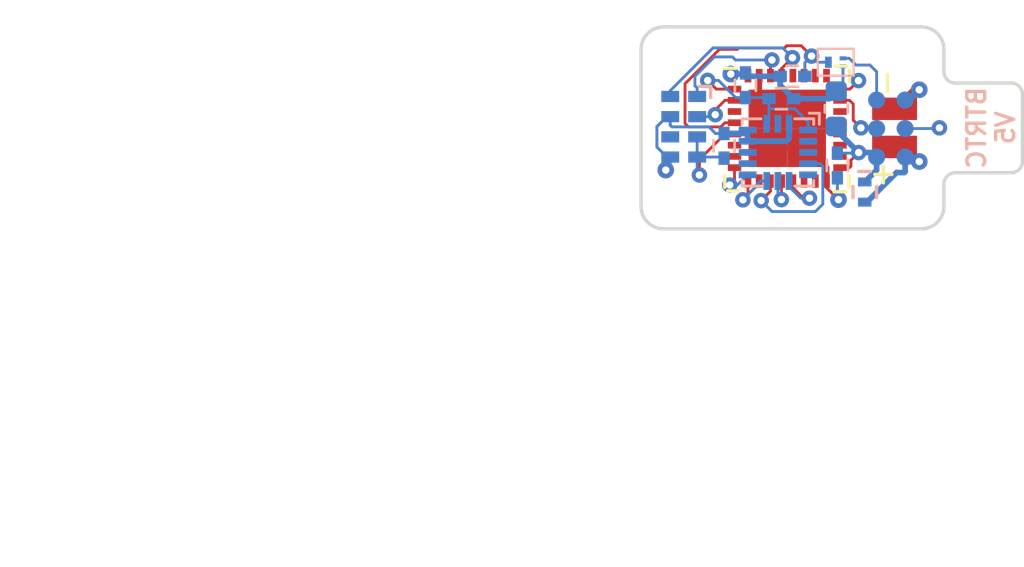
<source format=kicad_pcb>
(kicad_pcb (version 20211014) (generator pcbnew)
  (layers (0 "F.Cu" signal) (1 "In1.Cu" power) (2 "In2.Cu" power) (31 "B.Cu" signal) (34 "B.Paste" user) (35 "F.Paste" user) (36 "B.SilkS" user "B.Silkscreen") (37 "F.SilkS" user "F.Silkscreen") (38 "B.Mask" user) (39 "F.Mask" user) (44 "Edge.Cuts" user))
  (net 0 "")
  (net 1 "GND")
  (net 2 "VBAT")
  (net 3 "SENS_MISO")
  (net 4 "SENS_MOSI")
  (net 5 "SENS_SCLK")
  (net 6 "ACCEL_CS")
  (net 7 "SWDIO")
  (net 8 "WKUP4")
  (net 9 "SWCLK")
  (net 10 "Net-(C502-Pad1)")
  (net 11 "RST")
  (net 12 "/clkout")
  (net 13 "/SCL")
  (net 14 "/SDA")
  (net 15 "VIN")
  (footprint "bittagv5:taghole1.25mm" (layer "F.Cu") (at 152.145 111.661)
    (fp_text reference "J301" hide)
    (fp_text value "Conn_01x01" hide)
    (pad "" np_thru_hole circle locked (at 0 0) (size 1.25 1.25) (drill 1.25) (layers *.Cu *.Mask))
  )
  (footprint "bittagv5:taghole1.25mm" (layer "F.Cu") (at 152.145 105.161)
    (fp_text reference "J302" hide)
    (fp_text value "Conn_01x01" hide)
    (pad "" np_thru_hole circle locked (at 0 0) (size 1.25 1.25) (drill 1.25) (layers *.Cu *.Mask))
  )
  (footprint "bittagv5:taghole1.25mm" (layer "F.Cu") (at 141.145 111.661)
    (fp_text reference "J303" hide)
    (fp_text value "Conn_01x01" hide)
    (pad "" np_thru_hole circle locked (at 0 0) (size 1.25 1.25) (drill 1.25) (layers *.Cu *.Mask))
  )
  (footprint "bittagv5:taghole1.25mm" (layer "F.Cu") (at 141.145 105.161)
    (fp_text reference "J304" hide)
    (fp_text value "Conn_01x01" hide)
    (pad "" np_thru_hole circle locked (at 0 0) (size 1.25 1.25) (drill 1.25) (layers *.Cu *.Mask))
  )
  (footprint "bittagv5:MS621" (layer "F.Cu") (at 151.195 108.411 180)
    (fp_text reference "J401" hide)
    (fp_text value "CONN_01X02" hide)
    (fp_text user "+" (at 0.5 -2 180) (layer "F.SilkS"))
    (fp_text user "-" (at 0.4 2 270) (layer "F.SilkS"))
    (pad "1" smd rect locked (at 0 -0.85 180) (size 2 1) (layers "F.Cu" "F.Mask") (net 2 "VBAT"))
    (pad "2" smd rect locked (at 0 0.85 180) (size 2 1) (layers "F.Cu" "F.Mask") (net 1 "GND"))
  )
  (footprint "bittagv5:stm32l4" (layer "F.Cu") (at 146.411066 108.432734)
    (fp_text reference "U302" hide)
    (fp_text value "stm32l432" hide)
    (fp_line (start -2.65294 2.78502) (end -2.12794 2.78502) (layer "F.SilkS") (width 0.15))
    (fp_line (start -2.79772 -2.67834) (end -2.27272 -2.67834) (layer "F.SilkS") (width 0.15))
    (fp_line (start 2.77232 -2.6123) (end 2.77232 -2.0873) (layer "F.SilkS") (width 0.15))
    (fp_line (start 2.6377 -2.77232) (end 2.1127 -2.77232) (layer "F.SilkS") (width 0.15))
    (fp_line (start 2.6123 2.82566) (end 2.0873 2.82566) (layer "F.SilkS") (width 0.15))
    (fp_line (start -2.78502 2.625) (end -2.78502 2.1) (layer "F.SilkS") (width 0.15))
    (fp_line (start 2.75708 2.625) (end 2.75708 2.1) (layer "F.SilkS") (width 0.15))
    (pad "1" smd rect locked (at -2.35 -1.75) (size 0.6 0.3) (layers "F.Cu" "F.Paste" "F.Mask") (net 15 "VIN"))
    (pad "2" smd rect locked (at -2.35 -1.25) (size 0.6 0.3) (layers "F.Cu" "F.Paste" "F.Mask") (net 12 "/clkout"))
    (pad "3" smd rect locked (at -2.35 -0.75) (size 0.6 0.3) (layers "F.Cu" "F.Paste" "F.Mask"))
    (pad "4" smd rect locked (at -2.35 -0.25) (size 0.6 0.3) (layers "F.Cu" "F.Paste" "F.Mask") (net 10 "Net-(C502-Pad1)"))
    (pad "5" smd rect locked (at -2.35 0.25) (size 0.6 0.3) (layers "F.Cu" "F.Paste" "F.Mask") (net 15 "VIN"))
    (pad "6" smd rect locked (at -2.35 0.75) (size 0.6 0.3) (layers "F.Cu" "F.Paste" "F.Mask"))
    (pad "7" smd rect locked (at -2.35 1.25) (size 0.6 0.3) (layers "F.Cu" "F.Paste" "F.Mask"))
    (pad "8" smd rect locked (at -2.35 1.75) (size 0.6 0.3) (layers "F.Cu" "F.Paste" "F.Mask") (net 8 "WKUP4"))
    (pad "9" smd rect locked (at -1.75 2.35 90) (size 0.6 0.3) (layers "F.Cu" "F.Paste" "F.Mask") (net 6 "ACCEL_CS"))
    (pad "10" smd rect locked (at -1.25 2.35 90) (size 0.6 0.3) (layers "F.Cu" "F.Paste" "F.Mask"))
    (pad "11" smd rect locked (at -0.75 2.35 90) (size 0.6 0.3) (layers "F.Cu" "F.Paste" "F.Mask") (net 5 "SENS_SCLK"))
    (pad "12" smd rect locked (at -0.25 2.35 90) (size 0.6 0.3) (layers "F.Cu" "F.Paste" "F.Mask") (net 3 "SENS_MISO"))
    (pad "13" smd rect locked (at 0.25 2.35 90) (size 0.6 0.3) (layers "F.Cu" "F.Paste" "F.Mask") (net 4 "SENS_MOSI"))
    (pad "14" smd rect locked (at 0.75 2.35 90) (size 0.6 0.3) (layers "F.Cu" "F.Paste" "F.Mask"))
    (pad "15" smd rect locked (at 1.25 2.35 90) (size 0.6 0.3) (layers "F.Cu" "F.Paste" "F.Mask"))
    (pad "16" smd rect locked (at 1.75 2.35 90) (size 0.6 0.3) (layers "F.Cu" "F.Paste" "F.Mask") (net 1 "GND"))
    (pad "17" smd rect locked (at 2.35 1.75) (size 0.6 0.3) (layers "F.Cu" "F.Paste" "F.Mask") (net 15 "VIN"))
    (pad "18" smd rect locked (at 2.35 1.25) (size 0.6 0.3) (layers "F.Cu" "F.Paste" "F.Mask"))
    (pad "19" smd rect locked (at 2.35 0.75) (size 0.6 0.3) (layers "F.Cu" "F.Paste" "F.Mask"))
    (pad "20" smd rect locked (at 2.35 0.25) (size 0.6 0.3) (layers "F.Cu" "F.Paste" "F.Mask"))
    (pad "21" smd rect locked (at 2.35 -0.25) (size 0.6 0.3) (layers "F.Cu" "F.Paste" "F.Mask"))
    (pad "22" smd rect locked (at 2.35 -0.75) (size 0.6 0.3) (layers "F.Cu" "F.Paste" "F.Mask"))
    (pad "23" smd rect locked (at 2.35 -1.25) (size 0.6 0.3) (layers "F.Cu" "F.Paste" "F.Mask") (net 7 "SWDIO"))
    (pad "24" smd rect locked (at 2.35 -1.75) (size 0.6 0.3) (layers "F.Cu" "F.Paste" "F.Mask") (net 9 "SWCLK"))
    (pad "25" smd rect locked (at 1.75 -2.35 90) (size 0.6 0.3) (layers "F.Cu" "F.Paste" "F.Mask"))
    (pad "26" smd rect locked (at 1.25 -2.35 90) (size 0.6 0.3) (layers "F.Cu" "F.Paste" "F.Mask"))
    (pad "27" smd rect locked (at 0.75 -2.35 90) (size 0.6 0.3) (layers "F.Cu" "F.Paste" "F.Mask"))
    (pad "28" smd rect locked (at 0.25 -2.35 90) (size 0.6 0.3) (layers "F.Cu" "F.Paste" "F.Mask"))
    (pad "29" smd rect locked (at -0.25 -2.35 90) (size 0.6 0.3) (layers "F.Cu" "F.Paste" "F.Mask") (net 13 "/SCL"))
    (pad "30" smd rect locked (at -0.75 -2.35 90) (size 0.6 0.3) (layers "F.Cu" "F.Paste" "F.Mask") (net 14 "/SDA"))
    (pad "31" smd rect locked (at -1.25 -2.35 90) (size 0.6 0.3) (layers "F.Cu" "F.Paste" "F.Mask") (net 1 "GND"))
    (pad "32" smd rect locked (at -1.75 -2.35 90) (size 0.6 0.3) (layers "F.Cu" "F.Paste" "F.Mask") (net 1 "GND"))
    (pad "33" smd rect locked (at -0.8625 0.8625) (size 1.725 1.725) (layers "F.Cu" "F.Paste" "F.Mask") (net 1 "GND"))
    (pad "33" smd rect locked (at 0.8625 0.8625) (size 1.725 1.725) (layers "F.Cu" "F.Paste" "F.Mask") (net 1 "GND"))
    (pad "33" smd rect locked (at 0.8625 -0.8625) (size 1.725 1.725) (layers "F.Cu" "F.Paste" "F.Mask") (net 1 "GND"))
    (pad "33" smd rect locked (at -0.8625 -0.8625) (size 1.725 1.725) (layers "F.Cu" "F.Paste" "F.Mask") (net 1 "GND"))
  )
  (footprint "bittagv5:C_0402" (layer "B.Cu") (at 148.645 110.086 -90)
    (fp_text reference "C403" hide)
    (fp_text value "0.1uf" hide)
    (fp_line (start 0.25 0.47) (end -0.25 0.47) (layer "B.SilkS") (width 0.12))
    (fp_line (start -0.25 -0.47) (end 0.25 -0.47) (layer "B.SilkS") (width 0.12))
    (pad "1" smd rect locked (at -0.55 0 270) (size 0.6 0.5) (layers "B.Cu" "B.Paste" "B.Mask") (net 15 "VIN"))
    (pad "2" smd rect locked (at 0.55 0 270) (size 0.6 0.5) (layers "B.Cu" "B.Paste" "B.Mask") (net 1 "GND"))
  )
  (footprint "bittagv5:C_0402" (layer "B.Cu") (at 144.545 106.511 90)
    (fp_text reference "C501" hide)
    (fp_text value "0.1uf" hide)
    (fp_line (start 0.25 0.47) (end -0.25 0.47) (layer "B.SilkS") (width 0.12))
    (fp_line (start -0.25 -0.47) (end 0.25 -0.47) (layer "B.SilkS") (width 0.12))
    (pad "1" smd rect locked (at -0.55 0 90) (size 0.6 0.5) (layers "B.Cu" "B.Paste" "B.Mask") (net 15 "VIN"))
    (pad "2" smd rect locked (at 0.55 0 90) (size 0.6 0.5) (layers "B.Cu" "B.Paste" "B.Mask") (net 1 "GND"))
  )
  (footprint "bittagv5:C_0402" (layer "B.Cu") (at 146.145 107.111)
    (fp_text reference "C402" hide)
    (fp_text value "0.1uf" hide)
    (fp_line (start -0.25 -0.47) (end 0.25 -0.47) (layer "B.SilkS") (width 0.12))
    (fp_line (start 0.25 0.47) (end -0.25 0.47) (layer "B.SilkS") (width 0.12))
    (pad "1" smd rect locked (at -0.55 0) (size 0.6 0.5) (layers "B.Cu" "B.Paste" "B.Mask") (net 15 "VIN"))
    (pad "2" smd rect locked (at 0.55 0) (size 0.6 0.5) (layers "B.Cu" "B.Paste" "B.Mask") (net 1 "GND"))
  )
  (footprint "bittagv5:C_0402" (layer "B.Cu") (at 146.645 106.111 180)
    (fp_text reference "C502" hide)
    (fp_text value "0.1uf" hide)
    (fp_line (start 0.25 0.47) (end -0.25 0.47) (layer "B.SilkS") (width 0.12))
    (fp_line (start -0.25 -0.47) (end 0.25 -0.47) (layer "B.SilkS") (width 0.12))
    (pad "1" smd rect locked (at -0.55 0 180) (size 0.6 0.5) (layers "B.Cu" "B.Paste" "B.Mask") (net 10 "Net-(C502-Pad1)"))
    (pad "2" smd rect locked (at 0.55 0 180) (size 0.6 0.5) (layers "B.Cu" "B.Paste" "B.Mask") (net 1 "GND"))
  )
  (footprint "bittagv5:C_0402" (layer "B.Cu") (at 143.595 109.211 90)
    (fp_text reference "C503" hide)
    (fp_text value "10nF" hide)
    (fp_line (start 0.25 0.47) (end -0.25 0.47) (layer "B.SilkS") (width 0.12))
    (fp_line (start -0.25 -0.47) (end 0.25 -0.47) (layer "B.SilkS") (width 0.12))
    (pad "1" smd rect locked (at -0.55 0 90) (size 0.6 0.5) (layers "B.Cu" "B.Paste" "B.Mask") (net 15 "VIN"))
    (pad "2" smd rect locked (at 0.55 0 90) (size 0.6 0.5) (layers "B.Cu" "B.Paste" "B.Mask") (net 1 "GND"))
  )
  (footprint "bittagv5:C_0603_1608Metric" (layer "B.Cu") (at 148.595 107.561 90)
    (fp_text reference "C404" hide)
    (fp_text value "4.7uf")
    (fp_line (start -0.162779 0.51) (end 0.162779 0.51) (layer "B.SilkS") (width 0.12))
    (fp_line (start -0.162779 -0.51) (end 0.162779 -0.51) (layer "B.SilkS") (width 0.12))
    (pad "1" smd roundrect locked (at -0.7875 0 90) (size 0.875 0.95) (layers "B.Cu" "B.Paste" "B.Mask") (net 15 "VIN"))
    (pad "2" smd roundrect locked (at 0.7875 0 90) (size 0.875 0.95) (layers "B.Cu" "B.Paste" "B.Mask") (net 1 "GND"))
  )
  (footprint "bittagv5:D_0402" (layer "B.Cu") (at 149.865 111.271 -90)
    (fp_text reference "D401" hide)
    (fp_text value "D" hide)
    (fp_line (start -0.9144 0.2794) (end -0.9144 -0.254) (layer "B.SilkS") (width 0.15))
    (fp_line (start -0.25 -0.525) (end 0.25 -0.525) (layer "B.SilkS") (width 0.15))
    (fp_line (start 0.25 0.525) (end -0.25 0.525) (layer "B.SilkS") (width 0.15))
    (pad "1" smd rect locked (at -0.45 0 270) (size 0.4 0.6) (layers "B.Cu" "B.Paste" "B.Mask") (net 15 "VIN"))
    (pad "2" smd rect locked (at 0.45 0 270) (size 0.4 0.6) (layers "B.Cu" "B.Paste" "B.Mask") (net 2 "VBAT"))
  )
  (footprint "bittagv5:tagpoints6" (layer "B.Cu") (at 151.03 108.441 90)
    (fp_text reference "J201" hide)
    (fp_text value "CONN_02X04" hide)
    (pad "1" smd circle locked (at -1.27 -0.635 90) (size 0.762 0.762) (layers "B.Cu" "B.Mask") (net 15 "VIN"))
    (pad "2" smd circle locked (at -1.27 0.635 90) (size 0.762 0.762) (layers "B.Cu" "B.Mask") (net 2 "VBAT"))
    (pad "3" smd circle locked (at 0 -0.635 90) (size 0.762 0.762) (layers "B.Cu" "B.Mask") (net 7 "SWDIO"))
    (pad "4" smd circle locked (at 0 0.635 90) (size 0.762 0.762) (layers "B.Cu" "B.Mask") (net 9 "SWCLK"))
    (pad "5" smd circle locked (at 1.27 -0.635 90) (size 0.762 0.762) (layers "B.Cu" "B.Mask") (net 11 "RST"))
    (pad "6" smd circle locked (at 1.27 0.635 90) (size 0.762 0.762) (layers "B.Cu" "B.Mask") (net 1 "GND"))
  )
  (footprint "bittagv5:SOT883" (layer "B.Cu") (at 148.57 105.486 180)
    (fp_text reference "Q501" hide)
    (fp_text value "Q_NPN_BEC" hide)
    (fp_line (start 0.8 -0.6) (end -0.8 -0.6) (layer "B.SilkS") (width 0.1))
    (fp_line (start -0.8 -0.6) (end -0.8 0.6) (layer "B.SilkS") (width 0.1))
    (fp_line (start -0.8 0.6) (end 0.8 0.6) (layer "B.SilkS") (width 0.1))
    (fp_line (start 0.8 0.6) (end 0.8 -0.6) (layer "B.SilkS") (width 0.1))
    (pad "1" smd rect locked (at -0.325 0.175 180) (size 0.3 0.18) (layers "B.Cu" "B.Paste" "B.Mask") (net 11 "RST"))
    (pad "2" smd rect locked (at -0.325 -0.175 180) (size 0.3 0.18) (layers "B.Cu" "B.Paste" "B.Mask") (net 1 "GND"))
    (pad "3" smd rect locked (at 0.325 0 180) (size 0.3 0.5) (layers "B.Cu" "B.Paste" "B.Mask") (net 10 "Net-(C502-Pad1)"))
  )
  (footprint "bittagv5:ADXL362" (layer "B.Cu") (at 145.99284 109.505274 180)
    (fp_text reference "U405" hide)
    (fp_text value "adxl362" hide)
    (fp_line (start -0.7493 1.4986) (end -1.59766 1.4986) (layer "B.SilkS") (width 0.127))
    (fp_line (start 0.7493 1.4986) (end 1.59766 1.4986) (layer "B.SilkS") (width 0.127))
    (fp_line (start -1.84912 1.74752) (end -1.39954 1.74752) (layer "B.SilkS") (width 0.127))
    (fp_line (start -0.7493 -1.4986) (end -1.59766 -1.4986) (layer "B.SilkS") (width 0.127))
    (fp_line (start -1.84912 1.24968) (end -1.84912 1.74752) (layer "B.SilkS") (width 0.127))
    (fp_line (start 0.7493 -1.4986) (end 1.59766 -1.4986) (layer "B.SilkS") (width 0.127))
    (fp_line (start 1.59766 -1.4986) (end 1.59766 -1.24968) (layer "B.SilkS") (width 0.127))
    (fp_line (start -1.59766 1.4986) (end -1.59766 1.24968) (layer "B.SilkS") (width 0.127))
    (fp_line (start 1.59766 1.4986) (end 1.59766 1.24968) (layer "B.SilkS") (width 0.127))
    (fp_line (start -1.59766 -1.4986) (end -1.59766 -1.24968) (layer "B.SilkS") (width 0.127))
    (pad "1" smd rect locked (at -1.34874 0.99822 180) (size 0.79756 0.29972) (layers "B.Cu" "B.Paste" "B.Mask") (net 15 "VIN"))
    (pad "2" smd rect locked (at -1.34874 0.49784 180) (size 0.79756 0.29972) (layers "B.Cu" "B.Paste" "B.Mask"))
    (pad "3" smd rect locked (at -1.34874 0 180) (size 0.79756 0.29972) (layers "B.Cu" "B.Paste" "B.Mask"))
    (pad "4" smd rect locked (at -1.34874 -0.49784 180) (size 0.79756 0.29972) (layers "B.Cu" "B.Paste" "B.Mask") (net 5 "SENS_SCLK"))
    (pad "5" smd rect locked (at -1.34874 -0.99822 180) (size 0.79756 0.29972) (layers "B.Cu" "B.Paste" "B.Mask"))
    (pad "6" smd rect locked (at -0.49784 -1.27254 90) (size 0.79756 0.29972) (layers "B.Cu" "B.Paste" "B.Mask") (net 4 "SENS_MOSI"))
    (pad "7" smd rect locked (at 0 -1.27254 90) (size 0.79756 0.29972) (layers "B.Cu" "B.Paste" "B.Mask") (net 3 "SENS_MISO"))
    (pad "8" smd rect locked (at 0.49784 -1.27254 90) (size 0.79756 0.29972) (layers "B.Cu" "B.Paste" "B.Mask") (net 6 "ACCEL_CS"))
    (pad "9" smd rect locked (at 1.34874 -0.99822 180) (size 0.79756 0.29972) (layers "B.Cu" "B.Paste" "B.Mask") (net 8 "WKUP4"))
    (pad "10" smd rect locked (at 1.34874 -0.49784 180) (size 0.79756 0.29972) (layers "B.Cu" "B.Paste" "B.Mask"))
    (pad "11" smd rect locked (at 1.34874 0 180) (size 0.79756 0.29972) (layers "B.Cu" "B.Paste" "B.Mask"))
    (pad "12" smd rect locked (at 1.34874 0.49784 180) (size 0.79756 0.29972) (layers "B.Cu" "B.Paste" "B.Mask") (net 1 "GND"))
    (pad "13" smd rect locked (at 1.34874 0.99822 180) (size 0.79756 0.29972) (layers "B.Cu" "B.Paste" "B.Mask") (net 1 "GND"))
    (pad "14" smd rect locked (at 0.49784 1.27254 90) (size 0.79756 0.29972) (layers "B.Cu" "B.Paste" "B.Mask") (net 15 "VIN"))
    (pad "15" smd rect locked (at 0 1.27254 90) (size 0.79756 0.29972) (layers "B.Cu" "B.Paste" "B.Mask"))
    (pad "16" smd rect locked (at -0.49784 1.27254 90) (size 0.79756 0.29972) (layers "B.Cu" "B.Paste" "B.Mask") (net 1 "GND"))
  )
  (footprint "bittagv5:RV-8803-C7" (layer "B.Cu") (at 141.795 108.361 180)
    (fp_text reference "U501" hide)
    (fp_text value "RV-8803-C7" hide)
    (fp_line (start -0.7 1.8) (end -1.2 1.8) (layer "B.SilkS") (width 0.15))
    (fp_line (start -1.2 1.8) (end -1.2 1.3) (layer "B.SilkS") (width 0.15))
    (pad "1" smd rect locked (at -0.6 1.35 180) (size 0.8 0.5) (layers "B.Cu" "B.Paste" "B.Mask") (net 14 "/SDA"))
    (pad "2" smd rect locked (at -0.6 0.45 180) (size 0.8 0.5) (layers "B.Cu" "B.Paste" "B.Mask") (net 12 "/clkout"))
    (pad "3" smd rect locked (at -0.6 -0.45 180) (size 0.8 0.5) (layers "B.Cu" "B.Paste" "B.Mask") (net 15 "VIN"))
    (pad "4" smd rect locked (at -0.6 -1.35 180) (size 0.8 0.5) (layers "B.Cu" "B.Paste" "B.Mask") (net 15 "VIN"))
    (pad "5" smd rect locked (at 0.6 -1.35 180) (size 0.8 0.5) (layers "B.Cu" "B.Paste" "B.Mask") (net 1 "GND"))
    (pad "6" smd rect locked (at 0.6 -0.45 180) (size 0.8 0.5) (layers "B.Cu" "B.Paste" "B.Mask"))
    (pad "7" smd rect locked (at 0.6 0.45 180) (size 0.8 0.5) (layers "B.Cu" "B.Paste" "B.Mask") (net 1 "GND"))
    (pad "8" smd rect locked (at 0.6 1.35 180) (size 0.8 0.5) (layers "B.Cu" "B.Paste" "B.Mask") (net 13 "/SCL"))
  )
  (gr_arc (start 139.895 104.911) (mid 140.187893 104.203893) (end 140.895 103.911) (layer "Edge.Cuts") (width 0.15))
  (gr_arc (start 140.895 112.911) (mid 140.187893 112.618107) (end 139.895 111.911) (layer "Edge.Cuts") (width 0.15))
  (gr_line (start 139.895 111.911) (end 139.895 104.911) (layer "Edge.Cuts") (width 0.15))
  (gr_arc (start 152.395 103.911) (mid 153.102107 104.203893) (end 153.395 104.911) (layer "Edge.Cuts") (width 0.15))
  (gr_arc (start 156.395 106.411) (mid 156.748553 106.557447) (end 156.895 106.911) (layer "Edge.Cuts") (width 0.15))
  (gr_line (start 153.395 104.911) (end 153.395 105.911) (layer "Edge.Cuts") (width 0.15))
  (gr_arc (start 156.895 109.911) (mid 156.748553 110.264553) (end 156.395 110.411) (layer "Edge.Cuts") (width 0.15))
  (gr_line (start 153.895 106.411) (end 156.395 106.411) (layer "Edge.Cuts") (width 0.15))
  (gr_arc (start 153.895 106.411) (mid 153.541447 106.264553) (end 153.395 105.911) (layer "Edge.Cuts") (width 0.15))
  (gr_line (start 152.395 112.911) (end 140.895 112.911) (layer "Edge.Cuts") (width 0.15))
  (gr_arc (start 153.395 111.911) (mid 153.102107 112.618107) (end 152.395 112.911) (layer "Edge.Cuts") (width 0.15))
  (gr_line (start 140.895 103.911) (end 152.395 103.911) (layer "Edge.Cuts") (width 0.15))
  (gr_line (start 153.395 110.911) (end 153.395 111.911) (layer "Edge.Cuts") (width 0.15))
  (gr_arc (start 153.395 110.911) (mid 153.541447 110.557447) (end 153.895 110.411) (layer "Edge.Cuts") (width 0.15))
  (gr_line (start 153.895 110.411) (end 156.395 110.411) (layer "Edge.Cuts") (width 0.15))
  (gr_line (start 156.895 106.911) (end 156.895 109.911) (layer "Edge.Cuts") (width 0.15))
  (gr_text "BTRTC\nV5" (at 155.495 108.411 90) (layer "B.SilkS") (effects (font (size 0.8 0.8)) (justify mirror)))
  (segment (start 148.161066 111.077066) (end 148.695 111.611) (width 0.13) (layer "F.Cu") (net 1))
  (segment (start 148.161066 110.782734) (end 148.161066 111.077066) (width 0.13) (layer "F.Cu") (net 1))
  (segment (start 147.273566 109.295234) (end 147.273566 107.932736) (width 0.13) (layer "F.Cu") (net 1))
  (segment (start 144.661066 106.082734) (end 145.161066 106.082734) (width 0.13) (layer "F.Cu") (net 1))
  (segment (start 144.309332 106.011) (end 144.095 106.011) (width 0.13) (layer "F.Cu") (net 1))
  (segment (start 145.761066 108.957734) (end 146.098566 109.295234) (width 0.13) (layer "F.Cu") (net 1))
  (segment (start 146.011066 108.032734) (end 145.548566 107.570234) (width 0.13) (layer "F.Cu") (net 1))
  (segment (start 145.548566 109.295234) (end 147.273566 109.295234) (width 0.13) (layer "F.Cu") (net 1))
  (segment (start 144.095 106.011) (end 143.895 106.011) (width 0.13) (layer "F.Cu") (net 1))
  (segment (start 147.273566 109.295234) (end 148.161066 110.182734) (width 0.254) (layer "F.Cu") (net 1))
  (segment (start 152.295 106.711) (end 152.045 106.711) (width 0.254) (layer "F.Cu") (net 1))
  (segment (start 147.823566 107.570234) (end 147.866056 107.570234) (width 0.16) (layer "F.Cu") (net 1))
  (segment (start 147.866056 107.570234) (end 146.098566 107.570234) (width 0.13) (layer "F.Cu") (net 1))
  (segment (start 145.548566 107.570234) (end 145.548566 109.295234) (width 0.13) (layer "F.Cu") (net 1))
  (segment (start 148.161066 110.182734) (end 148.161066 110.782734) (width 0.254) (layer "F.Cu") (net 1))
  (segment (start 144.381066 106.082734) (end 144.309332 106.011) (width 0.13) (layer "F.Cu") (net 1))
  (segment (start 152.045 106.711) (end 151.195 107.561) (width 0.254) (layer "F.Cu") (net 1))
  (segment (start 145.161066 107.182734) (end 145.548566 107.570234) (width 0.254) (layer "F.Cu") (net 1))
  (segment (start 145.161066 106.082734) (end 145.161066 107.182734) (width 0.254) (layer "F.Cu") (net 1))
  (segment (start 147.823566 107.612724) (end 147.866056 107.570234) (width 0.13) (layer "F.Cu") (net 1))
  (segment (start 146.098566 107.570234) (end 146.098566 109.295234) (width 0.13) (layer "F.Cu") (net 1))
  (segment (start 144.661066 106.082734) (end 144.381066 106.082734) (width 0.13) (layer "F.Cu") (net 1))
  (segment (start 146.098566 109.295234) (end 147.823566 109.295234) (width 0.13) (layer "F.Cu") (net 1))
  (segment (start 147.705584 109.347252) (end 147.061064 109.347252) (width 0.13) (layer "F.Cu") (net 1))
  (via (at 148.695 111.611) (size 0.74) (drill 0.3302) (layers "F.Cu" "B.Cu") (net 1))
  (via (at 143.895 106.011) (size 0.74) (drill 0.3302) (layers "F.Cu" "B.Cu") (net 1))
  (via (at 152.295 106.711) (size 0.74) (drill 0.3302) (layers "F.Cu" "B.Cu") (net 1))
  (via (at 140.995 110.291) (size 0.74) (drill 0.3302) (layers "F.Cu" "B.Cu") (net 1))
  (segment (start 141.195 107.911) (end 141.045 107.911) (width 0.13) (layer "B.Cu") (net 1))
  (segment (start 148.895 106.4735) (end 148.595 106.7735) (width 0.13) (layer "B.Cu") (net 1))
  (segment (start 146.395 106.811) (end 146.695 107.111) (width 0.13) (layer "B.Cu") (net 1))
  (segment (start 140.599999 108.356001) (end 140.599999 109.265999) (width 0.13) (layer "B.Cu") (net 1))
  (segment (start 143.215 108.661) (end 143.595 108.661) (width 0.13) (layer "B.Cu") (net 1))
  (segment (start 146.295 106.711) (end 146.395 106.811) (width 0.13) (layer "B.Cu") (net 1))
  (segment (start 144.695 106.111) (end 146.095 106.111) (width 0.254) (layer "B.Cu") (net 1))
  (segment (start 146.49068 108.232734) (end 146.49068 108.885514) (width 0.254) (layer "B.Cu") (net 1))
  (segment (start 145.29688 109.007434) (end 144.6441 109.007434) (width 0.254) (layer "B.Cu") (net 1))
  (segment (start 144.6441 108.727574) (end 144.6441 109.007434) (width 0.13) (layer "B.Cu") (net 1))
  (segment (start 142.919999 108.365999) (end 143.215 108.661) (width 0.13) (layer "B.Cu") (net 1))
  (segment (start 140.599999 109.265999) (end 141.045 109.711) (width 0.13) (layer "B.Cu") (net 1))
  (segment (start 148.645 111.561) (end 148.695 111.611) (width 0.13) (layer "B.Cu") (net 1))
  (segment (start 143.595 108.661) (end 144.577526 108.661) (width 0.13) (layer "B.Cu") (net 1))
  (segment (start 141.195 109.711) (end 141.195 110.091) (width 0.13) (layer "B.Cu") (net 1))
  (segment (start 146.695 107.111) (end 148.2575 107.111) (width 0.254) (layer "B.Cu") (net 1))
  (segment (start 146.395 106.791) (end 146.395 106.811) (width 0.13) (layer "B.Cu") (net 1))
  (segment (start 151.665 107.171) (end 151.835 107.171) (width 0.254) (layer "B.Cu") (net 1))
  (segment (start 146.095 106.111) (end 146.095 106.511) (width 0.254) (layer "B.Cu") (net 1))
  (segment (start 141.269999 108.365999) (end 142.919999 108.365999) (width 0.13) (layer "B.Cu") (net 1))
  (segment (start 144.490154 108.661) (end 144.6441 108.507054) (width 0.254) (layer "B.Cu") (net 1))
  (segment (start 146.095 106.491) (end 146.395 106.791) (width 0.13) (layer "B.Cu") (net 1))
  (segment (start 148.645 110.636) (end 148.645 111.561) (width 0.13) (layer "B.Cu") (net 1))
  (segment (start 148.895 105.661) (end 148.895 106.4735) (width 0.13) (layer "B.Cu") (net 1))
  (segment (start 144.6441 109.007434) (end 146.343552 109.007434) (width 0.13) (layer "B.Cu") (net 1))
  (segment (start 144.495 106.011) (end 144.545 105.961) (width 0.254) (layer "B.Cu") (net 1))
  (segment (start 141.195 107.911) (end 141.195 108.291) (width 0.13) (layer "B.Cu") (net 1))
  (segment (start 146.095 106.111) (end 146.095 106.491) (width 0.13) (layer "B.Cu") (net 1))
  (segment (start 151.835 107.171) (end 152.295 106.711) (width 0.254) (layer "B.Cu") (net 1))
  (segment (start 143.895 106.011) (end 144.495 106.011) (width 0.254) (layer "B.Cu") (net 1))
  (segment (start 141.195 108.291) (end 141.269999 108.365999) (width 0.13) (layer "B.Cu") (net 1))
  (segment (start 144.6441 108.507054) (end 144.6441 109.007434) (width 0.254) (layer "B.Cu") (net 1))
  (segment (start 144.545 105.961) (end 144.695 106.111) (width 0.254) (layer "B.Cu") (net 1))
  (segment (start 144.577526 108.661) (end 144.6441 108.727574) (width 0.13) (layer "B.Cu") (net 1))
  (segment (start 143.595 108.661) (end 144.490154 108.661) (width 0.254) (layer "B.Cu") (net 1))
  (segment (start 146.095 106.511) (end 146.695 107.111) (width 0.254) (layer "B.Cu") (net 1))
  (segment (start 141.045 107.911) (end 140.599999 108.356001) (width 0.13) (layer "B.Cu") (net 1))
  (segment (start 146.36876 109.007434) (end 145.29688 109.007434) (width 0.254) (layer "B.Cu") (net 1))
  (segment (start 141.045 109.711) (end 141.195 109.711) (width 0.13) (layer "B.Cu") (net 1))
  (segment (start 148.295 107.111) (end 148.595 106.811) (width 0.254) (layer "B.Cu") (net 1))
  (segment (start 148.2575 107.111) (end 148.595 106.7735) (width 0.254) (layer "B.Cu") (net 1))
  (segment (start 146.49068 108.885514) (end 146.36876 109.007434) (width 0.254) (layer "B.Cu") (net 1))
  (segment (start 151.645 109.261) (end 152.295 109.911) (width 0.254) (layer "F.Cu") (net 2))
  (via (at 152.295 109.911) (size 0.74) (drill 0.3302) (layers "F.Cu" "B.Cu") (net 2))
  (segment (start 151.665 109.711) (end 151.665 110.361) (width 0.254) (layer "B.Cu") (net 2))
  (segment (start 151.865 109.911) (end 151.665 109.711) (width 0.254) (layer "B.Cu") (net 2))
  (segment (start 151.284001 110.401999) (end 151.624001 110.401999) (width 0.254) (layer "B.Cu") (net 2))
  (segment (start 149.865 111.721) (end 149.965 111.721) (width 0.254) (layer "B.Cu") (net 2))
  (segment (start 151.624001 110.401999) (end 151.665 110.361) (width 0.254) (layer "B.Cu") (net 2))
  (segment (start 152.295 109.911) (end 151.865 109.911) (width 0.254) (layer "B.Cu") (net 2))
  (segment (start 149.965 111.721) (end 151.284001 110.401999) (width 0.254) (layer "B.Cu") (net 2))
  (segment (start 146.150491 111.606225) (end 146.150491 110.793309) (width 0.127) (layer "F.Cu") (net 3))
  (segment (start 146.150491 110.793309) (end 146.161066 110.782734) (width 0.127) (layer "F.Cu") (net 3))
  (via (at 146.150491 111.606225) (size 0.6858) (drill 0.3302) (layers "F.Cu" "B.Cu") (net 3))
  (segment (start 145.99284 110.777814) (end 145.99284 111.303594) (width 0.127) (layer "B.Cu") (net 3))
  (segment (start 145.99284 111.303594) (end 146.150491 111.606225) (width 0.127) (layer "B.Cu") (net 3))
  (segment (start 146.661066 110.782734) (end 146.661066 111.072875) (width 0.127) (layer "F.Cu") (net 4))
  (segment (start 147.09643 111.511) (end 147.368577 111.511) (width 0.127) (layer "F.Cu") (net 4))
  (segment (start 146.661066 111.075636) (end 147.09643 111.511) (width 0.127) (layer "F.Cu") (net 4))
  (segment (start 147.368577 111.511) (end 147.40144 111.543863) (width 0.127) (layer "F.Cu") (net 4))
  (via (at 147.40144 111.543863) (size 0.6858) (drill 0.3302) (layers "F.Cu" "B.Cu") (net 4))
  (segment (start 146.49068 110.777814) (end 146.49068 111.026734) (width 0.127) (layer "B.Cu") (net 4))
  (segment (start 147.007809 111.543863) (end 147.40144 111.543863) (width 0.127) (layer "B.Cu") (net 4))
  (segment (start 146.49068 111.026734) (end 147.007809 111.543863) (width 0.127) (layer "B.Cu") (net 4))
  (segment (start 145.661066 111.238699) (end 145.590074 111.309691) (width 0.127) (layer "F.Cu") (net 5))
  (segment (start 145.590074 111.309691) (end 145.247175 111.65259) (width 0.127) (layer "F.Cu") (net 5))
  (segment (start 145.661066 110.782734) (end 145.661066 111.238699) (width 0.127) (layer "F.Cu") (net 5))
  (via (at 145.247175 111.65259) (size 0.6858) (drill 0.3302) (layers "F.Cu" "B.Cu") (net 5))
  (segment (start 147.86736 110.003114) (end 147.995 110.130754) (width 0.127) (layer "B.Cu") (net 5))
  (segment (start 147.666373 112.139627) (end 145.734212 112.139627) (width 0.127) (layer "B.Cu") (net 5))
  (segment (start 147.995 111.811) (end 147.666373 112.139627) (width 0.127) (layer "B.Cu") (net 5))
  (segment (start 147.995 110.130754) (end 147.995 111.811) (width 0.127) (layer "B.Cu") (net 5))
  (segment (start 145.734212 112.139627) (end 145.590074 111.995489) (width 0.127) (layer "B.Cu") (net 5))
  (segment (start 147.34158 110.003114) (end 147.86736 110.003114) (width 0.127) (layer "B.Cu") (net 5))
  (segment (start 145.590074 111.995489) (end 145.247175 111.65259) (width 0.127) (layer "B.Cu") (net 5))
  (segment (start 144.661066 110.782734) (end 144.661066 111.392576) (width 0.127) (layer "F.Cu") (net 6))
  (segment (start 144.661066 111.392576) (end 144.435076 111.618566) (width 0.127) (layer "F.Cu") (net 6))
  (via (at 144.435076 111.618566) (size 0.6858) (drill 0.3302) (layers "F.Cu" "B.Cu") (net 6))
  (segment (start 145.014486 110.981468) (end 145.21814 110.777814) (width 0.127) (layer "B.Cu") (net 6))
  (segment (start 144.435076 111.606144) (end 144.435076 111.618566) (width 0.127) (layer "B.Cu") (net 6))
  (segment (start 145.014486 111.026734) (end 144.435076 111.606144) (width 0.127) (layer "B.Cu") (net 6))
  (segment (start 145.014486 111.026734) (end 145.014486 110.981468) (width 0.127) (layer "B.Cu") (net 6))
  (segment (start 145.21814 110.777814) (end 145.495 110.777814) (width 0.127) (layer "B.Cu") (net 6))
  (segment (start 149.188066 107.182734) (end 148.761066 107.182734) (width 0.127) (layer "F.Cu") (net 7))
  (segment (start 149.695 108.411) (end 149.352101 108.068101) (width 0.127) (layer "F.Cu") (net 7))
  (segment (start 149.352101 107.346769) (end 149.188066 107.182734) (width 0.127) (layer "F.Cu") (net 7))
  (segment (start 149.352101 108.068101) (end 149.352101 107.346769) (width 0.127) (layer "F.Cu") (net 7))
  (via (at 149.695 108.411) (size 0.6858) (drill 0.3302) (layers "F.Cu" "B.Cu") (net 7))
  (segment (start 149.856185 108.441) (end 149.826185 108.411) (width 0.127) (layer "B.Cu") (net 7))
  (segment (start 150.395 108.441) (end 149.856185 108.441) (width 0.127) (layer "B.Cu") (net 7))
  (segment (start 149.826185 108.411) (end 149.695 108.411) (width 0.127) (layer "B.Cu") (net 7))
  (segment (start 144.061066 110.745113) (end 143.847268 110.958911) (width 0.127) (layer "F.Cu") (net 8))
  (segment (start 144.061066 110.182734) (end 144.061066 110.745113) (width 0.127) (layer "F.Cu") (net 8))
  (via (at 143.847268 110.958911) (size 0.6858) (drill 0.3302) (layers "F.Cu" "B.Cu") (net 8))
  (segment (start 143.847268 110.958911) (end 144.188683 110.958911) (width 0.127) (layer "B.Cu") (net 8))
  (segment (start 144.188683 110.958911) (end 144.6441 110.503494) (width 0.127) (layer "B.Cu") (net 8))
  (segment (start 149.20664 106.682734) (end 149.586687 106.302687) (width 0.127) (layer "F.Cu") (net 9))
  (segment (start 148.761066 106.682734) (end 149.20664 106.682734) (width 0.127) (layer "F.Cu") (net 9))
  (via (at 153.195 108.411) (size 0.6858) (drill 0.3302) (layers "F.Cu" "B.Cu") (net 9))
  (via (at 149.586687 106.302687) (size 0.6858) (drill 0.3302) (layers "F.Cu" "B.Cu") (net 9))
  (segment (start 151.665 108.441) (end 153.165 108.441) (width 0.127) (layer "B.Cu") (net 9))
  (segment (start 153.165 108.441) (end 153.195 108.411) (width 0.127) (layer "B.Cu") (net 9))
  (segment (start 143.634066 108.182734) (end 144.061066 108.182734) (width 0.127) (layer "F.Cu") (net 10))
  (segment (start 147.495 105.211) (end 147.033655 104.749655) (width 0.127) (layer "F.Cu") (net 10))
  (segment (start 141.854499 108.213401) (end 142.008597 108.367499) (width 0.127) (layer "F.Cu") (net 10))
  (segment (start 142.008597 108.367499) (end 143.449301 108.367499) (width 0.127) (layer "F.Cu") (net 10))
  (segment (start 144.242822 104.850209) (end 144.182031 104.911) (width 0.127) (layer "F.Cu") (net 10))
  (segment (start 143.385662 104.911) (end 141.854499 106.442163) (width 0.127) (layer "F.Cu") (net 10))
  (segment (start 147.033655 104.749655) (end 146.387342 104.749655) (width 0.127) (layer "F.Cu") (net 10))
  (segment (start 143.449301 108.367499) (end 143.634066 108.182734) (width 0.127) (layer "F.Cu") (net 10))
  (segment (start 141.854499 106.442163) (end 141.854499 108.213401) (width 0.127) (layer "F.Cu") (net 10))
  (segment (start 144.182031 104.911) (end 143.385662 104.911) (width 0.127) (layer "F.Cu") (net 10))
  (segment (start 146.387342 104.749655) (end 146.286788 104.850209) (width 0.127) (layer "F.Cu") (net 10))
  (segment (start 146.286788 104.850209) (end 144.242822 104.850209) (width 0.127) (layer "F.Cu") (net 10))
  (via (at 147.495 105.211) (size 0.6858) (drill 0.3302) (layers "F.Cu" "B.Cu") (net 10))
  (segment (start 147.195 105.511) (end 147.495 105.211) (width 0.127) (layer "B.Cu") (net 10))
  (segment (start 147.195 106.111) (end 147.195 105.511) (width 0.127) (layer "B.Cu") (net 10))
  (segment (start 147.77 105.486) (end 147.495 105.211) (width 0.127) (layer "B.Cu") (net 10))
  (segment (start 148.245 105.486) (end 147.77 105.486) (width 0.127) (layer "B.Cu") (net 10))
  (segment (start 149.472 105.611) (end 150.095 105.611) (width 0.127) (layer "B.Cu") (net 11))
  (segment (start 149.172 105.311) (end 149.472 105.611) (width 0.127) (layer "B.Cu") (net 11))
  (segment (start 150.395 105.911) (end 150.395 107.171) (width 0.127) (layer "B.Cu") (net 11))
  (segment (start 150.095 105.611) (end 150.395 105.911) (width 0.127) (layer "B.Cu") (net 11))
  (segment (start 148.895 105.311) (end 149.172 105.311) (width 0.127) (layer "B.Cu") (net 11))
  (segment (start 143.201543 107.615257) (end 143.201543 107.82309) (width 0.127) (layer "F.Cu") (net 12))
  (segment (start 144.061066 107.182734) (end 143.634066 107.182734) (width 0.127) (layer "F.Cu") (net 12))
  (segment (start 143.634066 107.182734) (end 143.201543 107.615257) (width 0.127) (layer "F.Cu") (net 12))
  (via (at 143.201543 107.82309) (size 0.6858) (drill 0.3302) (layers "F.Cu" "B.Cu") (net 12))
  (segment (start 143.113633 107.911) (end 143.201543 107.82309) (width 0.127) (layer "B.Cu") (net 12))
  (segment (start 142.395 107.911) (end 143.113633 107.911) (width 0.127) (layer "B.Cu") (net 12))
  (segment (start 146.161066 105.765365) (end 146.300476 105.625955) (width 0.127) (layer "F.Cu") (net 13))
  (segment (start 146.161066 106.082734) (end 146.161066 105.765365) (width 0.127) (layer "F.Cu") (net 13))
  (segment (start 146.300476 105.625955) (end 146.643375 105.283056) (width 0.127) (layer "F.Cu") (net 13))
  (via (at 146.643375 105.283056) (size 0.6858) (drill 0.3302) (layers "F.Cu" "B.Cu") (net 13))
  (segment (start 146.300476 104.940157) (end 146.643375 105.283056) (width 0.127) (layer "B.Cu") (net 13))
  (segment (start 141.195 106.751776) (end 143.101577 104.845199) (width 0.127) (layer "B.Cu") (net 13))
  (segment (start 143.101577 104.845199) (end 146.205518 104.845199) (width 0.127) (layer "B.Cu") (net 13))
  (segment (start 141.195 106.859) (end 141.195 106.751776) (width 0.127) (layer "B.Cu") (net 13))
  (segment (start 146.205518 104.845199) (end 146.300476 104.940157) (width 0.127) (layer "B.Cu") (net 13))
  (segment (start 145.661066 105.449256) (end 145.726712 105.38361) (width 0.127) (layer "F.Cu") (net 14))
  (segment (start 145.661066 106.082734) (end 145.661066 105.449256) (width 0.127) (layer "F.Cu") (net 14))
  (via (at 145.726712 105.38361) (size 0.6858) (drill 0.3302) (layers "F.Cu" "B.Cu") (net 14))
  (segment (start 142.295 106.111) (end 143.158501 105.247499) (width 0.127) (layer "B.Cu") (net 14))
  (segment (start 142.295 106.534) (end 142.295 106.111) (width 0.127) (layer "B.Cu") (net 14))
  (segment (start 143.965481 105.247499) (end 144.101592 105.38361) (width 0.127) (layer "B.Cu") (net 14))
  (segment (start 143.158501 105.247499) (end 143.965481 105.247499) (width 0.127) (layer "B.Cu") (net 14))
  (segment (start 142.395 107.011) (end 142.395 106.634) (width 0.127) (layer "B.Cu") (net 14))
  (segment (start 145.241779 105.38361) (end 145.726712 105.38361) (width 0.127) (layer "B.Cu") (net 14))
  (segment (start 142.395 106.634) (end 142.295 106.534) (width 0.127) (layer "B.Cu") (net 14))
  (segment (start 144.101592 105.38361) (end 145.241779 105.38361) (width 0.127) (layer "B.Cu") (net 14))
  (segment (start 149.252101 110.118699) (end 149.252101 109.853899) (width 0.127) (layer "F.Cu") (net 15))
  (segment (start 149.252101 109.853899) (end 149.595 109.511) (width 0.127) (layer "F.Cu") (net 15))
  (segment (start 149.188066 110.182734) (end 149.252101 110.118699) (width 0.127) (layer "F.Cu") (net 15))
  (segment (start 144.061066 108.682734) (end 143.634066 108.682734) (width 0.127) (layer "F.Cu") (net 15))
  (segment (start 142.495 110.026067) (end 142.495 110.511) (width 0.127) (layer "F.Cu") (net 15))
  (segment (start 143.250663 106.682734) (end 143.207042 106.639113) (width 0.127) (layer "F.Cu") (net 15))
  (segment (start 143.634066 108.682734) (end 142.495 109.8218) (width 0.127) (layer "F.Cu") (net 15))
  (segment (start 142.495 109.8218) (end 142.495 110.026067) (width 0.127) (layer "F.Cu") (net 15))
  (segment (start 143.207042 106.639113) (end 142.864143 106.296214) (width 0.127) (layer "F.Cu") (net 15))
  (segment (start 144.061066 106.682734) (end 143.250663 106.682734) (width 0.127) (layer "F.Cu") (net 15))
  (segment (start 148.761066 110.182734) (end 149.188066 110.182734) (width 0.127) (layer "F.Cu") (net 15))
  (via (at 142.495 110.511) (size 0.6858) (drill 0.3302) (layers "F.Cu" "B.Cu") (net 15))
  (via (at 149.595 109.511) (size 0.6858) (drill 0.3302) (layers "F.Cu" "B.Cu") (net 15))
  (via (at 142.864143 106.296214) (size 0.6858) (drill 0.3302) (layers "F.Cu" "B.Cu") (net 15))
  (segment (start 145.595 107.111) (end 145.595 108.132734) (width 0.127) (layer "B.Cu") (net 15))
  (segment (start 149.57 109.536) (end 149.595 109.511) (width 0.127) (layer "B.Cu") (net 15))
  (segment (start 142.395 110.411) (end 142.495 110.511) (width 0.127) (layer "B.Cu") (net 15))
  (segment (start 145.545 107.061) (end 145.595 107.111) (width 0.127) (layer "B.Cu") (net 15))
  (segment (start 149.252101 109.168101) (end 149.595 109.511) (width 0.127) (layer "B.Cu") (net 15))
  (segment (start 150.395 110.291) (end 149.865 110.821) (width 0.254) (layer "B.Cu") (net 15))
  (segment (start 142.395 108.811) (end 142.395 109.711) (width 0.127) (layer "B.Cu") (net 15))
  (segment (start 148.7795 108.307) (end 148.7795 108.6955) (width 0.127) (layer "B.Cu") (net 15))
  (segment (start 148.695 108.311) (end 148.728958 108.311) (width 0.254) (layer "B.Cu") (net 15))
  (segment (start 149.595 109.511) (end 150.195 109.511) (width 0.254) (layer "B.Cu") (net 15))
  (segment (start 142.395 109.711) (end 142.395 110.411) (width 0.127) (layer "B.Cu") (net 15))
  (segment (start 148.595 108.311) (end 148.595 108.511) (width 0.254) (layer "B.Cu") (net 15))
  (segment (start 147.34158 108.15758) (end 147.34158 108.507054) (width 0.127) (layer "B.Cu") (net 15))
  (segment (start 142.864143 106.296214) (end 143.349076 106.296214) (width 0.127) (layer "B.Cu") (net 15))
  (segment (start 150.395 109.711) (end 150.395 110.291) (width 0.254) (layer "B.Cu") (net 15))
  (segment (start 142.395 109.711) (end 143.545 109.711) (width 0.127) (layer "B.Cu") (net 15))
  (segment (start 143.349076 106.296214) (end 144.113862 107.061) (width 0.127) (layer "B.Cu") (net 15))
  (segment (start 144.168 107.061) (end 144.545 107.061) (width 0.127) (layer "B.Cu") (net 15))
  (segment (start 146.747379 107.563379) (end 147.34158 108.15758) (width 0.127) (layer "B.Cu") (net 15))
  (segment (start 150.195 109.511) (end 150.395 109.711) (width 0.254) (layer "B.Cu") (net 15))
  (segment (start 145.595 107.488) (end 145.670379 107.563379) (width 0.127) (layer "B.Cu") (net 15))
  (segment (start 144.545 107.061) (end 145.545 107.061) (width 0.127) (layer "B.Cu") (net 15))
  (segment (start 145.595 107.111) (end 145.595 107.488) (width 0.127) (layer "B.Cu") (net 15))
  (segment (start 148.645 109.536) (end 149.57 109.536) (width 0.127) (layer "B.Cu") (net 15))
  (segment (start 144.113862 107.061) (end 144.168 107.061) (width 0.127) (layer "B.Cu") (net 15))
  (segment (start 143.545 109.711) (end 143.595 109.761) (width 0.127) (layer "B.Cu") (net 15))
  (segment (start 148.595 108.511) (end 149.595 109.511) (width 0.254) (layer "B.Cu") (net 15))
  (segment (start 148.7795 108.6955) (end 149.252101 109.168101) (width 0.127) (layer "B.Cu") (net 15))
  (segment (start 145.595 108.132734) (end 145.495 108.232734) (width 0.127) (layer "B.Cu") (net 15))
  (segment (start 145.670379 107.563379) (end 146.747379 107.563379) (width 0.127) (layer "B.Cu") (net 15))
)
</source>
